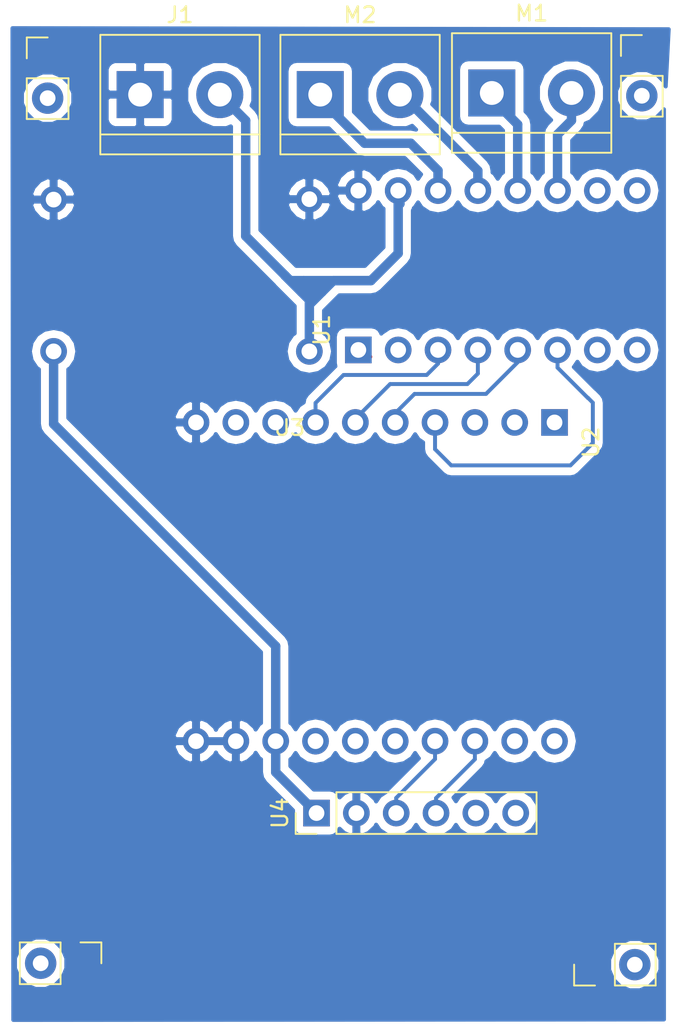
<source format=kicad_pcb>
(kicad_pcb (version 4) (host pcbnew 4.0.4-stable)

  (general
    (links 21)
    (no_connects 0)
    (area 0 0 0 0)
    (thickness 1.6)
    (drawings 10)
    (tracks 80)
    (zones 0)
    (modules 11)
    (nets 32)
  )

  (page A4)
  (layers
    (0 F.Cu signal)
    (31 B.Cu signal)
    (32 B.Adhes user)
    (33 F.Adhes user)
    (34 B.Paste user)
    (35 F.Paste user)
    (36 B.SilkS user)
    (37 F.SilkS user)
    (38 B.Mask user)
    (39 F.Mask user)
    (40 Dwgs.User user)
    (41 Cmts.User user)
    (42 Eco1.User user)
    (43 Eco2.User user)
    (44 Edge.Cuts user)
    (45 Margin user)
    (46 B.CrtYd user)
    (47 F.CrtYd user)
    (48 B.Fab user)
    (49 F.Fab user)
  )

  (setup
    (last_trace_width 0.6)
    (user_trace_width 0.6)
    (trace_clearance 0.2)
    (zone_clearance 0.508)
    (zone_45_only no)
    (trace_min 0.2)
    (segment_width 0.2)
    (edge_width 0.1)
    (via_size 0.6)
    (via_drill 0.4)
    (via_min_size 0.4)
    (via_min_drill 0.3)
    (uvia_size 0.3)
    (uvia_drill 0.1)
    (uvias_allowed no)
    (uvia_min_size 0.2)
    (uvia_min_drill 0.1)
    (pcb_text_width 0.3)
    (pcb_text_size 1.5 1.5)
    (mod_edge_width 0.15)
    (mod_text_size 1 1)
    (mod_text_width 0.15)
    (pad_size 2 2)
    (pad_drill 1)
    (pad_to_mask_clearance 0)
    (aux_axis_origin 0 0)
    (visible_elements 7FFFFFFF)
    (pcbplotparams
      (layerselection 0x00000_80000001)
      (usegerberextensions false)
      (excludeedgelayer true)
      (linewidth 0.100000)
      (plotframeref false)
      (viasonmask false)
      (mode 1)
      (useauxorigin false)
      (hpglpennumber 1)
      (hpglpenspeed 20)
      (hpglpendiameter 15)
      (hpglpenoverlay 2)
      (psnegative false)
      (psa4output false)
      (plotreference true)
      (plotvalue true)
      (plotinvisibletext false)
      (padsonsilk false)
      (subtractmaskfromsilk false)
      (outputformat 5)
      (mirror false)
      (drillshape 1)
      (scaleselection 1)
      (outputdirectory ../print/))
  )

  (net 0 "")
  (net 1 +3V3)
  (net 2 GND)
  (net 3 "Net-(M1-Pad1)")
  (net 4 "Net-(M1-Pad2)")
  (net 5 "Net-(M2-Pad1)")
  (net 6 "Net-(M2-Pad2)")
  (net 7 "Net-(U1-Pad3)")
  (net 8 "Net-(U1-Pad4)")
  (net 9 "Net-(U1-Pad5)")
  (net 10 "Net-(U1-Pad6)")
  (net 11 "Net-(U2-Pad1)")
  (net 12 "Net-(U2-Pad2)")
  (net 13 "Net-(U2-Pad3)")
  (net 14 "Net-(U2-Pad8)")
  (net 15 "Net-(U2-Pad20)")
  (net 16 "Net-(U2-Pad24)")
  (net 17 "Net-(U2-Pad23)")
  (net 18 "Net-(U4-Pad5)")
  (net 19 "Net-(U4-Pad6)")
  (net 20 +BATT)
  (net 21 "Net-(U1-Pad1)")
  (net 22 "Net-(U1-Pad2)")
  (net 23 "Net-(U1-Pad7)")
  (net 24 "Net-(U1-Pad10)")
  (net 25 "Net-(U1-Pad8)")
  (net 26 "Net-(U1-Pad9)")
  (net 27 "Net-(U2-Pad26)")
  (net 28 "Net-(U2-Pad25)")
  (net 29 "Net-(U2-Pad22)")
  (net 30 "Net-(U2-Pad21)")
  (net 31 "Net-(U2-Pad9)")

  (net_class Default "This is the default net class."
    (clearance 0.2)
    (trace_width 0.25)
    (via_dia 0.6)
    (via_drill 0.4)
    (uvia_dia 0.3)
    (uvia_drill 0.1)
    (add_net "Net-(M1-Pad1)")
    (add_net "Net-(M1-Pad2)")
    (add_net "Net-(M2-Pad1)")
    (add_net "Net-(M2-Pad2)")
    (add_net "Net-(U1-Pad1)")
    (add_net "Net-(U1-Pad10)")
    (add_net "Net-(U1-Pad2)")
    (add_net "Net-(U1-Pad3)")
    (add_net "Net-(U1-Pad4)")
    (add_net "Net-(U1-Pad5)")
    (add_net "Net-(U1-Pad6)")
    (add_net "Net-(U1-Pad7)")
    (add_net "Net-(U1-Pad8)")
    (add_net "Net-(U1-Pad9)")
    (add_net "Net-(U2-Pad1)")
    (add_net "Net-(U2-Pad2)")
    (add_net "Net-(U2-Pad20)")
    (add_net "Net-(U2-Pad21)")
    (add_net "Net-(U2-Pad22)")
    (add_net "Net-(U2-Pad23)")
    (add_net "Net-(U2-Pad24)")
    (add_net "Net-(U2-Pad25)")
    (add_net "Net-(U2-Pad26)")
    (add_net "Net-(U2-Pad3)")
    (add_net "Net-(U2-Pad8)")
    (add_net "Net-(U2-Pad9)")
    (add_net "Net-(U4-Pad5)")
    (add_net "Net-(U4-Pad6)")
  )

  (net_class Pwr ""
    (clearance 0.2)
    (trace_width 0.6)
    (via_dia 0.6)
    (via_drill 0.4)
    (uvia_dia 0.3)
    (uvia_drill 0.1)
    (add_net +3V3)
    (add_net +BATT)
    (add_net GND)
  )

  (module Pin_Headers:Pin_Header_Straight_1x02_Pitch2.54mm (layer F.Cu) (tedit 5AAFD340) (tstamp 5AB2CA78)
    (at 190.74384 71.3232)
    (descr "Through hole straight pin header, 1x02, 2.54mm pitch, single row")
    (tags "Through hole pin header THT 1x02 2.54mm single row")
    (fp_text reference "" (at 0 -2.33) (layer F.SilkS)
      (effects (font (size 1 1) (thickness 0.15)))
    )
    (fp_text value "" (at 0 4.87) (layer F.Fab)
      (effects (font (size 1 1) (thickness 0.15)))
    )
    (fp_line (start -0.635 -1.27) (end 1.27 -1.27) (layer F.Fab) (width 0.1))
    (fp_line (start 1.27 -1.27) (end 1.27 3.81) (layer F.Fab) (width 0.1))
    (fp_line (start 1.27 3.81) (end -1.27 3.81) (layer F.Fab) (width 0.1))
    (fp_line (start -1.27 3.81) (end -1.27 -0.635) (layer F.Fab) (width 0.1))
    (fp_line (start -1.27 -0.635) (end -0.635 -1.27) (layer F.Fab) (width 0.1))
    (fp_line (start -1.33 3.87) (end 1.33 3.87) (layer F.SilkS) (width 0.12))
    (fp_line (start -1.33 1.27) (end -1.33 3.87) (layer F.SilkS) (width 0.12))
    (fp_line (start 1.33 1.27) (end 1.33 3.87) (layer F.SilkS) (width 0.12))
    (fp_line (start -1.33 1.27) (end 1.33 1.27) (layer F.SilkS) (width 0.12))
    (fp_line (start -1.33 0) (end -1.33 -1.33) (layer F.SilkS) (width 0.12))
    (fp_line (start -1.33 -1.33) (end 0 -1.33) (layer F.SilkS) (width 0.12))
    (fp_line (start -1.8 -1.8) (end -1.8 4.35) (layer F.CrtYd) (width 0.05))
    (fp_line (start -1.8 4.35) (end 1.8 4.35) (layer F.CrtYd) (width 0.05))
    (fp_line (start 1.8 4.35) (end 1.8 -1.8) (layer F.CrtYd) (width 0.05))
    (fp_line (start 1.8 -1.8) (end -1.8 -1.8) (layer F.CrtYd) (width 0.05))
    (fp_text user %R (at 0 1.27 90) (layer F.Fab)
      (effects (font (size 1 1) (thickness 0.15)))
    )
    (pad 2 thru_hole circle (at 0 2.54) (size 2 2) (drill 1) (layers *.Cu *.Mask))
    (model ${KISYS3DMOD}/Pin_Headers.3dshapes/Pin_Header_Straight_1x02_Pitch2.54mm.wrl
      (at (xyz 0 0 0))
      (scale (xyz 1 1 1))
      (rotate (xyz 0 0 0))
    )
  )

  (module Pin_Headers:Pin_Header_Straight_1x02_Pitch2.54mm (layer F.Cu) (tedit 5AAFD356) (tstamp 5AAFE6B9)
    (at 154.9527 129.1717 270)
    (descr "Through hole straight pin header, 1x02, 2.54mm pitch, single row")
    (tags "Through hole pin header THT 1x02 2.54mm single row")
    (fp_text reference "" (at 0 -2.33 270) (layer F.SilkS)
      (effects (font (size 1 1) (thickness 0.15)))
    )
    (fp_text value "" (at 0 4.87 270) (layer F.Fab)
      (effects (font (size 1 1) (thickness 0.15)))
    )
    (fp_line (start -0.635 -1.27) (end 1.27 -1.27) (layer F.Fab) (width 0.1))
    (fp_line (start 1.27 -1.27) (end 1.27 3.81) (layer F.Fab) (width 0.1))
    (fp_line (start 1.27 3.81) (end -1.27 3.81) (layer F.Fab) (width 0.1))
    (fp_line (start -1.27 3.81) (end -1.27 -0.635) (layer F.Fab) (width 0.1))
    (fp_line (start -1.27 -0.635) (end -0.635 -1.27) (layer F.Fab) (width 0.1))
    (fp_line (start -1.33 3.87) (end 1.33 3.87) (layer F.SilkS) (width 0.12))
    (fp_line (start -1.33 1.27) (end -1.33 3.87) (layer F.SilkS) (width 0.12))
    (fp_line (start 1.33 1.27) (end 1.33 3.87) (layer F.SilkS) (width 0.12))
    (fp_line (start -1.33 1.27) (end 1.33 1.27) (layer F.SilkS) (width 0.12))
    (fp_line (start -1.33 0) (end -1.33 -1.33) (layer F.SilkS) (width 0.12))
    (fp_line (start -1.33 -1.33) (end 0 -1.33) (layer F.SilkS) (width 0.12))
    (fp_line (start -1.8 -1.8) (end -1.8 4.35) (layer F.CrtYd) (width 0.05))
    (fp_line (start -1.8 4.35) (end 1.8 4.35) (layer F.CrtYd) (width 0.05))
    (fp_line (start 1.8 4.35) (end 1.8 -1.8) (layer F.CrtYd) (width 0.05))
    (fp_line (start 1.8 -1.8) (end -1.8 -1.8) (layer F.CrtYd) (width 0.05))
    (fp_text user %R (at 0 1.27 360) (layer F.Fab)
      (effects (font (size 1 1) (thickness 0.15)))
    )
    (pad 2 thru_hole circle (at 0 2.54 270) (size 2 2) (drill 1) (layers *.Cu *.Mask))
    (model ${KISYS3DMOD}/Pin_Headers.3dshapes/Pin_Header_Straight_1x02_Pitch2.54mm.wrl
      (at (xyz 0 0 0))
      (scale (xyz 1 1 1))
      (rotate (xyz 0 0 0))
    )
  )

  (module Pin_Headers:Pin_Header_Straight_1x02_Pitch2.54mm (layer F.Cu) (tedit 5AAFD34C) (tstamp 5AAFE6A4)
    (at 187.7568 129.2606 90)
    (descr "Through hole straight pin header, 1x02, 2.54mm pitch, single row")
    (tags "Through hole pin header THT 1x02 2.54mm single row")
    (fp_text reference "" (at 0 -2.33 90) (layer F.SilkS)
      (effects (font (size 1 1) (thickness 0.15)))
    )
    (fp_text value "" (at 0 4.87 90) (layer F.Fab)
      (effects (font (size 1 1) (thickness 0.15)))
    )
    (fp_line (start -0.635 -1.27) (end 1.27 -1.27) (layer F.Fab) (width 0.1))
    (fp_line (start 1.27 -1.27) (end 1.27 3.81) (layer F.Fab) (width 0.1))
    (fp_line (start 1.27 3.81) (end -1.27 3.81) (layer F.Fab) (width 0.1))
    (fp_line (start -1.27 3.81) (end -1.27 -0.635) (layer F.Fab) (width 0.1))
    (fp_line (start -1.27 -0.635) (end -0.635 -1.27) (layer F.Fab) (width 0.1))
    (fp_line (start -1.33 3.87) (end 1.33 3.87) (layer F.SilkS) (width 0.12))
    (fp_line (start -1.33 1.27) (end -1.33 3.87) (layer F.SilkS) (width 0.12))
    (fp_line (start 1.33 1.27) (end 1.33 3.87) (layer F.SilkS) (width 0.12))
    (fp_line (start -1.33 1.27) (end 1.33 1.27) (layer F.SilkS) (width 0.12))
    (fp_line (start -1.33 0) (end -1.33 -1.33) (layer F.SilkS) (width 0.12))
    (fp_line (start -1.33 -1.33) (end 0 -1.33) (layer F.SilkS) (width 0.12))
    (fp_line (start -1.8 -1.8) (end -1.8 4.35) (layer F.CrtYd) (width 0.05))
    (fp_line (start -1.8 4.35) (end 1.8 4.35) (layer F.CrtYd) (width 0.05))
    (fp_line (start 1.8 4.35) (end 1.8 -1.8) (layer F.CrtYd) (width 0.05))
    (fp_line (start 1.8 -1.8) (end -1.8 -1.8) (layer F.CrtYd) (width 0.05))
    (fp_text user %R (at 0 1.27 180) (layer F.Fab)
      (effects (font (size 1 1) (thickness 0.15)))
    )
    (pad 2 thru_hole circle (at 0 2.54 90) (size 2 2) (drill 1) (layers *.Cu *.Mask))
    (model ${KISYS3DMOD}/Pin_Headers.3dshapes/Pin_Header_Straight_1x02_Pitch2.54mm.wrl
      (at (xyz 0 0 0))
      (scale (xyz 1 1 1))
      (rotate (xyz 0 0 0))
    )
  )

  (module Pin_Headers:Pin_Header_Straight_1x02_Pitch2.54mm (layer F.Cu) (tedit 5AAFD340) (tstamp 5AAFE67A)
    (at 152.8572 71.4756)
    (descr "Through hole straight pin header, 1x02, 2.54mm pitch, single row")
    (tags "Through hole pin header THT 1x02 2.54mm single row")
    (fp_text reference "" (at 0 -2.33) (layer F.SilkS)
      (effects (font (size 1 1) (thickness 0.15)))
    )
    (fp_text value "" (at 0 4.87) (layer F.Fab)
      (effects (font (size 1 1) (thickness 0.15)))
    )
    (fp_line (start -0.635 -1.27) (end 1.27 -1.27) (layer F.Fab) (width 0.1))
    (fp_line (start 1.27 -1.27) (end 1.27 3.81) (layer F.Fab) (width 0.1))
    (fp_line (start 1.27 3.81) (end -1.27 3.81) (layer F.Fab) (width 0.1))
    (fp_line (start -1.27 3.81) (end -1.27 -0.635) (layer F.Fab) (width 0.1))
    (fp_line (start -1.27 -0.635) (end -0.635 -1.27) (layer F.Fab) (width 0.1))
    (fp_line (start -1.33 3.87) (end 1.33 3.87) (layer F.SilkS) (width 0.12))
    (fp_line (start -1.33 1.27) (end -1.33 3.87) (layer F.SilkS) (width 0.12))
    (fp_line (start 1.33 1.27) (end 1.33 3.87) (layer F.SilkS) (width 0.12))
    (fp_line (start -1.33 1.27) (end 1.33 1.27) (layer F.SilkS) (width 0.12))
    (fp_line (start -1.33 0) (end -1.33 -1.33) (layer F.SilkS) (width 0.12))
    (fp_line (start -1.33 -1.33) (end 0 -1.33) (layer F.SilkS) (width 0.12))
    (fp_line (start -1.8 -1.8) (end -1.8 4.35) (layer F.CrtYd) (width 0.05))
    (fp_line (start -1.8 4.35) (end 1.8 4.35) (layer F.CrtYd) (width 0.05))
    (fp_line (start 1.8 4.35) (end 1.8 -1.8) (layer F.CrtYd) (width 0.05))
    (fp_line (start 1.8 -1.8) (end -1.8 -1.8) (layer F.CrtYd) (width 0.05))
    (fp_text user %R (at 0 1.27 90) (layer F.Fab)
      (effects (font (size 1 1) (thickness 0.15)))
    )
    (pad 2 thru_hole circle (at 0 2.54) (size 2 2) (drill 1) (layers *.Cu *.Mask))
    (model ${KISYS3DMOD}/Pin_Headers.3dshapes/Pin_Header_Straight_1x02_Pitch2.54mm.wrl
      (at (xyz 0 0 0))
      (scale (xyz 1 1 1))
      (rotate (xyz 0 0 0))
    )
  )

  (module tr:ESP8266 (layer F.Cu) (tedit 5AB23F3F) (tstamp 5AAE39AE)
    (at 185.1787 94.6912 270)
    (descr "Through hole straight pin header, 2x10, 2.54mm pitch, double rows")
    (tags "Through hole pin header THT 2x10 2.54mm double row")
    (path /5AA956BA)
    (fp_text reference U2 (at 1.27 -2.33 270) (layer F.SilkS)
      (effects (font (size 1 1) (thickness 0.15)))
    )
    (fp_text value "ESP8266(3.3)" (at 10.4521 30.0609 270) (layer F.Fab)
      (effects (font (size 1 1) (thickness 0.15)))
    )
    (fp_line (start -1.27 -6.35) (end -1.27 0) (layer F.Fab) (width 0.15))
    (fp_line (start -1.27 24.13) (end -1.27 33.02) (layer F.Fab) (width 0.15))
    (fp_line (start -1.27 33.02) (end 21.59 33.02) (layer F.Fab) (width 0.15))
    (fp_line (start 21.59 33.02) (end 21.59 24.13) (layer F.Fab) (width 0.15))
    (fp_line (start 0 -6.35) (end 3.81 -6.35) (layer F.Fab) (width 0.15))
    (fp_line (start -1.27 -6.35) (end 0 -6.35) (layer F.Fab) (width 0.15))
    (fp_line (start 21.59 -1.27) (end 21.59 -6.35) (layer F.Fab) (width 0.15))
    (fp_line (start 3.81 -6.35) (end 21.59 -6.35) (layer F.Fab) (width 0.15))
    (fp_line (start 0 -6.35) (end 3.81 -6.35) (layer F.Fab) (width 0.1))
    (fp_line (start 21.59 -1.27) (end 21.59 24.13) (layer F.Fab) (width 0.1))
    (fp_line (start -1.27 24.13) (end -1.27 0) (layer F.Fab) (width 0.1))
    (fp_line (start -1.8 -1.8) (end -1.8 24.65) (layer F.CrtYd) (width 0.05))
    (fp_line (start -1.8 24.65) (end 4.35 24.65) (layer F.CrtYd) (width 0.05))
    (fp_line (start 4.35 24.65) (end 4.35 -1.8) (layer F.CrtYd) (width 0.05))
    (fp_line (start 4.35 -1.8) (end -1.8 -1.8) (layer F.CrtYd) (width 0.05))
    (fp_text user %R (at 1.27 11.43 360) (layer F.Fab)
      (effects (font (size 1 1) (thickness 0.15)))
    )
    (pad 1 thru_hole rect (at 0 0 270) (size 1.7 1.7) (drill 1) (layers *.Cu *.Mask)
      (net 11 "Net-(U2-Pad1)"))
    (pad 26 thru_hole oval (at 20.32 0 270) (size 1.7 1.7) (drill 1) (layers *.Cu *.Mask)
      (net 27 "Net-(U2-Pad26)"))
    (pad 2 thru_hole oval (at 0 2.54 270) (size 1.7 1.7) (drill 1) (layers *.Cu *.Mask)
      (net 12 "Net-(U2-Pad2)"))
    (pad 25 thru_hole oval (at 20.32 2.54 270) (size 1.7 1.7) (drill 1) (layers *.Cu *.Mask)
      (net 28 "Net-(U2-Pad25)"))
    (pad 3 thru_hole oval (at 0 5.08 270) (size 1.7 1.7) (drill 1) (layers *.Cu *.Mask)
      (net 13 "Net-(U2-Pad3)"))
    (pad 24 thru_hole oval (at 20.32 5.08 270) (size 1.7 1.7) (drill 1) (layers *.Cu *.Mask)
      (net 16 "Net-(U2-Pad24)"))
    (pad 4 thru_hole oval (at 0 7.62 270) (size 1.7 1.7) (drill 1) (layers *.Cu *.Mask)
      (net 10 "Net-(U1-Pad6)"))
    (pad 23 thru_hole oval (at 20.32 7.62 270) (size 1.7 1.7) (drill 1) (layers *.Cu *.Mask)
      (net 17 "Net-(U2-Pad23)"))
    (pad 5 thru_hole oval (at 0 10.16 270) (size 1.7 1.7) (drill 1) (layers *.Cu *.Mask)
      (net 9 "Net-(U1-Pad5)"))
    (pad 22 thru_hole oval (at 20.32 10.16 270) (size 1.7 1.7) (drill 1) (layers *.Cu *.Mask)
      (net 29 "Net-(U2-Pad22)"))
    (pad 6 thru_hole oval (at 0 12.7 270) (size 1.7 1.7) (drill 1) (layers *.Cu *.Mask)
      (net 8 "Net-(U1-Pad4)"))
    (pad 21 thru_hole oval (at 20.32 12.7 270) (size 1.7 1.7) (drill 1) (layers *.Cu *.Mask)
      (net 30 "Net-(U2-Pad21)"))
    (pad 7 thru_hole oval (at 0 15.24 270) (size 1.7 1.7) (drill 1) (layers *.Cu *.Mask)
      (net 7 "Net-(U1-Pad3)"))
    (pad 20 thru_hole oval (at 20.32 15.24 270) (size 1.7 1.7) (drill 1) (layers *.Cu *.Mask)
      (net 15 "Net-(U2-Pad20)"))
    (pad 8 thru_hole oval (at 0 17.78 270) (size 1.7 1.7) (drill 1) (layers *.Cu *.Mask)
      (net 14 "Net-(U2-Pad8)"))
    (pad 19 thru_hole oval (at 20.32 17.78 270) (size 1.7 1.7) (drill 1) (layers *.Cu *.Mask)
      (net 1 +3V3))
    (pad 9 thru_hole oval (at 0 20.32 270) (size 1.7 1.7) (drill 1) (layers *.Cu *.Mask)
      (net 31 "Net-(U2-Pad9)"))
    (pad 18 thru_hole oval (at 20.32 20.32 270) (size 1.7 1.7) (drill 1) (layers *.Cu *.Mask)
      (net 2 GND))
    (pad 10 thru_hole oval (at 0 22.86 270) (size 1.7 1.7) (drill 1) (layers *.Cu *.Mask)
      (net 2 GND))
    (pad 17 thru_hole oval (at 20.32 22.86 270) (size 1.7 1.7) (drill 1) (layers *.Cu *.Mask)
      (net 2 GND))
    (model ${KISYS3DMOD}/Pin_Headers.3dshapes/Pin_Header_Straight_2x10_Pitch2.54mm.wrl
      (at (xyz 0 0 0))
      (scale (xyz 1 1 1))
      (rotate (xyz 0 0 0))
    )
  )

  (module Pin_Headers:Pin_Header_Straight_1x06_Pitch2.54mm (layer F.Cu) (tedit 59650532) (tstamp 5AAE3B72)
    (at 170.0022 119.5959 90)
    (descr "Through hole straight pin header, 1x06, 2.54mm pitch, single row")
    (tags "Through hole pin header THT 1x06 2.54mm single row")
    (path /5AA9522B)
    (fp_text reference U4 (at 0 -2.33 90) (layer F.SilkS)
      (effects (font (size 1 1) (thickness 0.15)))
    )
    (fp_text value M10DOF (at 0 15.03 90) (layer F.Fab)
      (effects (font (size 1 1) (thickness 0.15)))
    )
    (fp_line (start -0.635 -1.27) (end 1.27 -1.27) (layer F.Fab) (width 0.1))
    (fp_line (start 1.27 -1.27) (end 1.27 13.97) (layer F.Fab) (width 0.1))
    (fp_line (start 1.27 13.97) (end -1.27 13.97) (layer F.Fab) (width 0.1))
    (fp_line (start -1.27 13.97) (end -1.27 -0.635) (layer F.Fab) (width 0.1))
    (fp_line (start -1.27 -0.635) (end -0.635 -1.27) (layer F.Fab) (width 0.1))
    (fp_line (start -1.33 14.03) (end 1.33 14.03) (layer F.SilkS) (width 0.12))
    (fp_line (start -1.33 1.27) (end -1.33 14.03) (layer F.SilkS) (width 0.12))
    (fp_line (start 1.33 1.27) (end 1.33 14.03) (layer F.SilkS) (width 0.12))
    (fp_line (start -1.33 1.27) (end 1.33 1.27) (layer F.SilkS) (width 0.12))
    (fp_line (start -1.33 0) (end -1.33 -1.33) (layer F.SilkS) (width 0.12))
    (fp_line (start -1.33 -1.33) (end 0 -1.33) (layer F.SilkS) (width 0.12))
    (fp_line (start -1.8 -1.8) (end -1.8 14.5) (layer F.CrtYd) (width 0.05))
    (fp_line (start -1.8 14.5) (end 1.8 14.5) (layer F.CrtYd) (width 0.05))
    (fp_line (start 1.8 14.5) (end 1.8 -1.8) (layer F.CrtYd) (width 0.05))
    (fp_line (start 1.8 -1.8) (end -1.8 -1.8) (layer F.CrtYd) (width 0.05))
    (fp_text user %R (at 0 6.35 180) (layer F.Fab)
      (effects (font (size 1 1) (thickness 0.15)))
    )
    (pad 1 thru_hole rect (at 0 0 90) (size 1.7 1.7) (drill 1) (layers *.Cu *.Mask)
      (net 1 +3V3))
    (pad 2 thru_hole oval (at 0 2.54 90) (size 1.7 1.7) (drill 1) (layers *.Cu *.Mask)
      (net 2 GND))
    (pad 3 thru_hole oval (at 0 5.08 90) (size 1.7 1.7) (drill 1) (layers *.Cu *.Mask)
      (net 17 "Net-(U2-Pad23)"))
    (pad 4 thru_hole oval (at 0 7.62 90) (size 1.7 1.7) (drill 1) (layers *.Cu *.Mask)
      (net 16 "Net-(U2-Pad24)"))
    (pad 5 thru_hole oval (at 0 10.16 90) (size 1.7 1.7) (drill 1) (layers *.Cu *.Mask)
      (net 18 "Net-(U4-Pad5)"))
    (pad 6 thru_hole oval (at 0 12.7 90) (size 1.7 1.7) (drill 1) (layers *.Cu *.Mask)
      (net 19 "Net-(U4-Pad6)"))
    (model ${KISYS3DMOD}/Pin_Headers.3dshapes/Pin_Header_Straight_1x06_Pitch2.54mm.wrl
      (at (xyz 0 0 0))
      (scale (xyz 1 1 1))
      (rotate (xyz 0 0 0))
    )
  )

  (module tr:pwr_reg (layer F.Cu) (tedit 5AB23F46) (tstamp 5AB23A7D)
    (at 169.545 92.69984 180)
    (descr "Through hole straight pin header, 2x08, 2.54mm pitch, double rows")
    (tags "Through hole pin header THT 2x08 2.54mm double row")
    (path /5AB239FB)
    (fp_text reference U3 (at 1.27 -2.33 180) (layer F.SilkS)
      (effects (font (size 1 1) (thickness 0.15)))
    )
    (fp_text value pwr_reg (at 8.5598 3.5814 180) (layer F.Fab)
      (effects (font (size 1 1) (thickness 0.15)))
    )
    (fp_line (start -1.1176 13.4112) (end -1.1684 1.3462) (layer F.Fab) (width 0.15))
    (fp_line (start 17.5768 13.4112) (end -1.1176 13.4112) (layer F.Fab) (width 0.15))
    (fp_line (start -1.1938 1.3462) (end 17.5768 1.3208) (layer F.Fab) (width 0.15))
    (fp_line (start 17.5768 1.3208) (end 17.5768 13.4112) (layer F.Fab) (width 0.15))
    (fp_line (start 4.35 -1.8) (end -1.8 -1.8) (layer F.CrtYd) (width 0.05))
    (fp_text user %R (at -6.1214 7.1628 270) (layer F.Fab)
      (effects (font (size 1 1) (thickness 0.15)))
    )
    (pad 3 thru_hole oval (at 16.3068 12.2174 180) (size 1.7 1.7) (drill 1) (layers *.Cu *.Mask)
      (net 2 GND))
    (pad 1 thru_hole oval (at 0 2.54 180) (size 1.7 1.7) (drill 1) (layers *.Cu *.Mask)
      (net 20 +BATT))
    (pad 4 thru_hole oval (at 16.3068 2.54 180) (size 1.7 1.7) (drill 1) (layers *.Cu *.Mask)
      (net 1 +3V3))
    (pad 2 thru_hole oval (at 0 12.2428 180) (size 1.7 1.7) (drill 1) (layers *.Cu *.Mask)
      (net 2 GND))
    (model ${KISYS3DMOD}/Pin_Headers.3dshapes/Pin_Header_Straight_2x08_Pitch2.54mm.wrl
      (at (xyz 0 0 0))
      (scale (xyz 1 1 1))
      (rotate (xyz 0 0 0))
    )
  )

  (module tr:DRV8833 (layer F.Cu) (tedit 5AB2C62C) (tstamp 5AB2C6FA)
    (at 172.6692 90.0684 90)
    (descr "Through hole straight pin header, 2x08, 2.54mm pitch, double rows")
    (tags "Through hole pin header THT 2x08 2.54mm double row")
    (path /5AA95ABC)
    (fp_text reference U1 (at 1.27 -2.33 90) (layer F.SilkS)
      (effects (font (size 1 1) (thickness 0.15)))
    )
    (fp_text value DRV8833 (at 5.207 17.8816 90) (layer F.Fab)
      (effects (font (size 1 1) (thickness 0.15)))
    )
    (fp_line (start -1.2954 18.9992) (end 11.9126 18.9992) (layer F.Fab) (width 0.15))
    (fp_line (start -1.2954 19.0246) (end -1.2954 18.8976) (layer F.Fab) (width 0.15))
    (fp_line (start 11.8618 -1.27) (end -1.2954 -1.2954) (layer F.Fab) (width 0.15))
    (fp_line (start -1.2954 -1.2954) (end -1.2954 19.0246) (layer F.Fab) (width 0.15))
    (fp_line (start 11.8618 -1.2446) (end 11.8872 19.05) (layer F.Fab) (width 0.15))
    (fp_text user %R (at 1.27 8.89 180) (layer F.Fab)
      (effects (font (size 1 1) (thickness 0.15)))
    )
    (pad 1 thru_hole rect (at 0 0 90) (size 1.7 1.7) (drill 1) (layers *.Cu *.Mask)
      (net 21 "Net-(U1-Pad1)"))
    (pad 16 thru_hole oval (at 10.16 0 90) (size 1.7 1.7) (drill 1) (layers *.Cu *.Mask)
      (net 2 GND))
    (pad 2 thru_hole oval (at 0 2.54 90) (size 1.7 1.7) (drill 1) (layers *.Cu *.Mask)
      (net 22 "Net-(U1-Pad2)"))
    (pad 15 thru_hole oval (at 10.16 2.54 90) (size 1.7 1.7) (drill 1) (layers *.Cu *.Mask)
      (net 20 +BATT))
    (pad 3 thru_hole oval (at 0 5.08 90) (size 1.7 1.7) (drill 1) (layers *.Cu *.Mask)
      (net 7 "Net-(U1-Pad3)"))
    (pad 14 thru_hole oval (at 10.16 5.08 90) (size 1.7 1.7) (drill 1) (layers *.Cu *.Mask)
      (net 5 "Net-(M2-Pad1)"))
    (pad 4 thru_hole oval (at 0 7.62 90) (size 1.7 1.7) (drill 1) (layers *.Cu *.Mask)
      (net 8 "Net-(U1-Pad4)"))
    (pad 13 thru_hole oval (at 10.16 7.62 90) (size 1.7 1.7) (drill 1) (layers *.Cu *.Mask)
      (net 6 "Net-(M2-Pad2)"))
    (pad 5 thru_hole oval (at 0 10.16 90) (size 1.7 1.7) (drill 1) (layers *.Cu *.Mask)
      (net 9 "Net-(U1-Pad5)"))
    (pad 12 thru_hole oval (at 10.16 10.16 90) (size 1.7 1.7) (drill 1) (layers *.Cu *.Mask)
      (net 3 "Net-(M1-Pad1)"))
    (pad 6 thru_hole oval (at 0 12.7 90) (size 1.7 1.7) (drill 1) (layers *.Cu *.Mask)
      (net 10 "Net-(U1-Pad6)"))
    (pad 11 thru_hole oval (at 10.16 12.7 90) (size 1.7 1.7) (drill 1) (layers *.Cu *.Mask)
      (net 4 "Net-(M1-Pad2)"))
    (pad 7 thru_hole oval (at 0 15.24 90) (size 1.7 1.7) (drill 1) (layers *.Cu *.Mask)
      (net 23 "Net-(U1-Pad7)"))
    (pad 10 thru_hole oval (at 10.16 15.24 90) (size 1.7 1.7) (drill 1) (layers *.Cu *.Mask)
      (net 24 "Net-(U1-Pad10)"))
    (pad 8 thru_hole oval (at 0 17.78 90) (size 1.7 1.7) (drill 1) (layers *.Cu *.Mask)
      (net 25 "Net-(U1-Pad8)"))
    (pad 9 thru_hole oval (at 10.16 17.78 90) (size 1.7 1.7) (drill 1) (layers *.Cu *.Mask)
      (net 26 "Net-(U1-Pad9)"))
    (model ${KISYS3DMOD}/Pin_Headers.3dshapes/Pin_Header_Straight_2x08_Pitch2.54mm.wrl
      (at (xyz 0 0 0))
      (scale (xyz 1 1 1))
      (rotate (xyz 0 0 0))
    )
  )

  (module Terminal_Blocks:TerminalBlock_bornier-2_P5.08mm (layer F.Cu) (tedit 59FF03AB) (tstamp 5AB2CE7A)
    (at 158.75508 73.78954)
    (descr "simple 2-pin terminal block, pitch 5.08mm, revamped version of bornier2")
    (tags "terminal block bornier2")
    (path /5AACFB40)
    (fp_text reference J1 (at 2.54 -5.08) (layer F.SilkS)
      (effects (font (size 1 1) (thickness 0.15)))
    )
    (fp_text value Conn_01x02 (at 2.54 5.08) (layer F.Fab)
      (effects (font (size 1 1) (thickness 0.15)))
    )
    (fp_text user %R (at 2.54 0) (layer F.Fab)
      (effects (font (size 1 1) (thickness 0.15)))
    )
    (fp_line (start -2.41 2.55) (end 7.49 2.55) (layer F.Fab) (width 0.1))
    (fp_line (start -2.46 -3.75) (end -2.46 3.75) (layer F.Fab) (width 0.1))
    (fp_line (start -2.46 3.75) (end 7.54 3.75) (layer F.Fab) (width 0.1))
    (fp_line (start 7.54 3.75) (end 7.54 -3.75) (layer F.Fab) (width 0.1))
    (fp_line (start 7.54 -3.75) (end -2.46 -3.75) (layer F.Fab) (width 0.1))
    (fp_line (start 7.62 2.54) (end -2.54 2.54) (layer F.SilkS) (width 0.12))
    (fp_line (start 7.62 3.81) (end 7.62 -3.81) (layer F.SilkS) (width 0.12))
    (fp_line (start 7.62 -3.81) (end -2.54 -3.81) (layer F.SilkS) (width 0.12))
    (fp_line (start -2.54 -3.81) (end -2.54 3.81) (layer F.SilkS) (width 0.12))
    (fp_line (start -2.54 3.81) (end 7.62 3.81) (layer F.SilkS) (width 0.12))
    (fp_line (start -2.71 -4) (end 7.79 -4) (layer F.CrtYd) (width 0.05))
    (fp_line (start -2.71 -4) (end -2.71 4) (layer F.CrtYd) (width 0.05))
    (fp_line (start 7.79 4) (end 7.79 -4) (layer F.CrtYd) (width 0.05))
    (fp_line (start 7.79 4) (end -2.71 4) (layer F.CrtYd) (width 0.05))
    (pad 1 thru_hole rect (at 0 0) (size 3 3) (drill 1.52) (layers *.Cu *.Mask)
      (net 2 GND))
    (pad 2 thru_hole circle (at 5.08 0) (size 3 3) (drill 1.52) (layers *.Cu *.Mask)
      (net 20 +BATT))
    (model ${KISYS3DMOD}/Terminal_Blocks.3dshapes/TerminalBlock_bornier-2_P5.08mm.wrl
      (at (xyz 0.1 0 0))
      (scale (xyz 1 1 1))
      (rotate (xyz 0 0 0))
    )
  )

  (module Terminal_Blocks:TerminalBlock_bornier-2_P5.08mm (layer F.Cu) (tedit 59FF03AB) (tstamp 5AB2CE80)
    (at 181.1782 73.6854)
    (descr "simple 2-pin terminal block, pitch 5.08mm, revamped version of bornier2")
    (tags "terminal block bornier2")
    (path /5AA95D87)
    (fp_text reference M1 (at 2.54 -5.08) (layer F.SilkS)
      (effects (font (size 1 1) (thickness 0.15)))
    )
    (fp_text value "Motor_DC -A-" (at 2.54 5.08) (layer F.Fab)
      (effects (font (size 1 1) (thickness 0.15)))
    )
    (fp_text user %R (at 2.54 0) (layer F.Fab)
      (effects (font (size 1 1) (thickness 0.15)))
    )
    (fp_line (start -2.41 2.55) (end 7.49 2.55) (layer F.Fab) (width 0.1))
    (fp_line (start -2.46 -3.75) (end -2.46 3.75) (layer F.Fab) (width 0.1))
    (fp_line (start -2.46 3.75) (end 7.54 3.75) (layer F.Fab) (width 0.1))
    (fp_line (start 7.54 3.75) (end 7.54 -3.75) (layer F.Fab) (width 0.1))
    (fp_line (start 7.54 -3.75) (end -2.46 -3.75) (layer F.Fab) (width 0.1))
    (fp_line (start 7.62 2.54) (end -2.54 2.54) (layer F.SilkS) (width 0.12))
    (fp_line (start 7.62 3.81) (end 7.62 -3.81) (layer F.SilkS) (width 0.12))
    (fp_line (start 7.62 -3.81) (end -2.54 -3.81) (layer F.SilkS) (width 0.12))
    (fp_line (start -2.54 -3.81) (end -2.54 3.81) (layer F.SilkS) (width 0.12))
    (fp_line (start -2.54 3.81) (end 7.62 3.81) (layer F.SilkS) (width 0.12))
    (fp_line (start -2.71 -4) (end 7.79 -4) (layer F.CrtYd) (width 0.05))
    (fp_line (start -2.71 -4) (end -2.71 4) (layer F.CrtYd) (width 0.05))
    (fp_line (start 7.79 4) (end 7.79 -4) (layer F.CrtYd) (width 0.05))
    (fp_line (start 7.79 4) (end -2.71 4) (layer F.CrtYd) (width 0.05))
    (pad 1 thru_hole rect (at 0 0) (size 3 3) (drill 1.52) (layers *.Cu *.Mask)
      (net 3 "Net-(M1-Pad1)"))
    (pad 2 thru_hole circle (at 5.08 0) (size 3 3) (drill 1.52) (layers *.Cu *.Mask)
      (net 4 "Net-(M1-Pad2)"))
    (model ${KISYS3DMOD}/Terminal_Blocks.3dshapes/TerminalBlock_bornier-2_P5.08mm.wrl
      (at (xyz 0.1 0 0))
      (scale (xyz 1 1 1))
      (rotate (xyz 0 0 0))
    )
  )

  (module Terminal_Blocks:TerminalBlock_bornier-2_P5.08mm (layer F.Cu) (tedit 59FF03AB) (tstamp 5AB2CE86)
    (at 170.23842 73.78954)
    (descr "simple 2-pin terminal block, pitch 5.08mm, revamped version of bornier2")
    (tags "terminal block bornier2")
    (path /5AA95EC8)
    (fp_text reference M2 (at 2.54 -5.08) (layer F.SilkS)
      (effects (font (size 1 1) (thickness 0.15)))
    )
    (fp_text value "Motor_DC2 -B-" (at 2.54 5.08) (layer F.Fab)
      (effects (font (size 1 1) (thickness 0.15)))
    )
    (fp_text user %R (at 2.54 0) (layer F.Fab)
      (effects (font (size 1 1) (thickness 0.15)))
    )
    (fp_line (start -2.41 2.55) (end 7.49 2.55) (layer F.Fab) (width 0.1))
    (fp_line (start -2.46 -3.75) (end -2.46 3.75) (layer F.Fab) (width 0.1))
    (fp_line (start -2.46 3.75) (end 7.54 3.75) (layer F.Fab) (width 0.1))
    (fp_line (start 7.54 3.75) (end 7.54 -3.75) (layer F.Fab) (width 0.1))
    (fp_line (start 7.54 -3.75) (end -2.46 -3.75) (layer F.Fab) (width 0.1))
    (fp_line (start 7.62 2.54) (end -2.54 2.54) (layer F.SilkS) (width 0.12))
    (fp_line (start 7.62 3.81) (end 7.62 -3.81) (layer F.SilkS) (width 0.12))
    (fp_line (start 7.62 -3.81) (end -2.54 -3.81) (layer F.SilkS) (width 0.12))
    (fp_line (start -2.54 -3.81) (end -2.54 3.81) (layer F.SilkS) (width 0.12))
    (fp_line (start -2.54 3.81) (end 7.62 3.81) (layer F.SilkS) (width 0.12))
    (fp_line (start -2.71 -4) (end 7.79 -4) (layer F.CrtYd) (width 0.05))
    (fp_line (start -2.71 -4) (end -2.71 4) (layer F.CrtYd) (width 0.05))
    (fp_line (start 7.79 4) (end 7.79 -4) (layer F.CrtYd) (width 0.05))
    (fp_line (start 7.79 4) (end -2.71 4) (layer F.CrtYd) (width 0.05))
    (pad 1 thru_hole rect (at 0 0) (size 3 3) (drill 1.52) (layers *.Cu *.Mask)
      (net 5 "Net-(M2-Pad1)"))
    (pad 2 thru_hole circle (at 5.08 0) (size 3 3) (drill 1.52) (layers *.Cu *.Mask)
      (net 6 "Net-(M2-Pad2)"))
    (model ${KISYS3DMOD}/Terminal_Blocks.3dshapes/TerminalBlock_bornier-2_P5.08mm.wrl
      (at (xyz 0.1 0 0))
      (scale (xyz 1 1 1))
      (rotate (xyz 0 0 0))
    )
  )

  (gr_line (start 150.17496 69.24294) (end 150.13432 69.24294) (angle 90) (layer F.Fab) (width 0.2))
  (gr_line (start 150.17496 73.9902) (end 150.17496 69.24294) (angle 90) (layer F.Fab) (width 0.2))
  (gr_line (start 192.82156 69.30136) (end 192.81394 69.30136) (angle 90) (layer F.Fab) (width 0.2))
  (gr_line (start 192.82156 73.96988) (end 192.82156 69.30136) (angle 90) (layer F.Fab) (width 0.2))
  (gr_line (start 192.8241 132.93852) (end 192.83172 132.93852) (angle 90) (layer F.Fab) (width 0.2))
  (gr_line (start 192.8241 73.98766) (end 192.8241 132.93852) (angle 90) (layer F.Fab) (width 0.2))
  (gr_line (start 150.17496 132.9309) (end 150.15972 132.9309) (angle 90) (layer F.Fab) (width 0.2))
  (gr_line (start 150.17496 73.97496) (end 150.17496 132.9309) (angle 90) (layer F.Fab) (width 0.2))
  (gr_line (start 192.82664 69.27088) (end 150.15972 69.27088) (angle 90) (layer F.Fab) (width 0.2))
  (gr_line (start 150.1267 132.93344) (end 192.76822 132.93344) (angle 90) (layer F.Fab) (width 0.2))

  (segment (start 167.3987 115.0112) (end 167.3987 116.9924) (width 0.6) (layer B.Cu) (net 1))
  (segment (start 167.3987 116.9924) (end 170.0022 119.5959) (width 0.6) (layer B.Cu) (net 1) (tstamp 5AB2CB3A))
  (segment (start 153.2382 90.15984) (end 153.2382 94.7928) (width 0.6) (layer B.Cu) (net 1))
  (segment (start 167.3987 108.9533) (end 167.3987 115.0112) (width 0.6) (layer B.Cu) (net 1) (tstamp 5AB2C945))
  (segment (start 153.2382 94.7928) (end 167.3987 108.9533) (width 0.6) (layer B.Cu) (net 1) (tstamp 5AB2C942))
  (segment (start 170.47464 119.5578) (end 170.47464 119.23776) (width 0.25) (layer B.Cu) (net 1))
  (segment (start 181.1782 73.6854) (end 181.1782 74.041) (width 0.6) (layer B.Cu) (net 3) (status C00000))
  (segment (start 181.1782 74.041) (end 182.8292 75.692) (width 0.6) (layer B.Cu) (net 3) (tstamp 5AB2CFD1) (status 400000))
  (segment (start 182.8292 75.692) (end 182.8292 79.9084) (width 0.6) (layer B.Cu) (net 3) (tstamp 5AB2CFD4) (status 800000))
  (segment (start 185.3692 79.9084) (end 185.3692 76.327) (width 0.6) (layer B.Cu) (net 4) (status 400000))
  (segment (start 186.2582 75.438) (end 186.2582 73.6854) (width 0.6) (layer B.Cu) (net 4) (tstamp 5AB2CFD9) (status 800000))
  (segment (start 185.3692 76.327) (end 186.2582 75.438) (width 0.6) (layer B.Cu) (net 4) (tstamp 5AB2CFD8))
  (segment (start 185.37936 79.89824) (end 185.3692 79.9084) (width 0.6) (layer B.Cu) (net 4) (tstamp 5AB2CA17))
  (segment (start 170.23842 73.78954) (end 170.23842 74.06386) (width 0.6) (layer B.Cu) (net 5))
  (segment (start 170.23842 74.06386) (end 173.06544 76.89088) (width 0.6) (layer B.Cu) (net 5) (tstamp 5AB2CF53))
  (segment (start 173.06544 76.89088) (end 176.01184 76.89088) (width 0.6) (layer B.Cu) (net 5) (tstamp 5AB2CF56))
  (segment (start 176.01184 76.89088) (end 177.7492 78.62824) (width 0.6) (layer B.Cu) (net 5) (tstamp 5AB2CF59))
  (segment (start 177.7492 78.62824) (end 177.7492 79.9084) (width 0.6) (layer B.Cu) (net 5) (tstamp 5AB2CF5A))
  (segment (start 175.31842 73.78954) (end 175.44034 73.78954) (width 0.6) (layer B.Cu) (net 6) (status C00000))
  (segment (start 175.44034 73.78954) (end 180.2892 78.6384) (width 0.6) (layer B.Cu) (net 6) (tstamp 5AB2CFE2) (status 400000))
  (segment (start 180.2892 78.6384) (end 180.2892 79.9084) (width 0.6) (layer B.Cu) (net 6) (tstamp 5AB2CFE7) (status 800000))
  (segment (start 175.31842 73.78954) (end 175.47082 73.78954) (width 0.6) (layer B.Cu) (net 6))
  (segment (start 169.9387 94.6912) (end 169.9387 93.44914) (width 0.25) (layer B.Cu) (net 7))
  (segment (start 177.7492 90.94216) (end 177.7492 90.0684) (width 0.25) (layer B.Cu) (net 7) (tstamp 5AB2C859))
  (segment (start 177.02784 91.66352) (end 177.7492 90.94216) (width 0.25) (layer B.Cu) (net 7) (tstamp 5AB2C858))
  (segment (start 171.72432 91.66352) (end 177.02784 91.66352) (width 0.25) (layer B.Cu) (net 7) (tstamp 5AB2C856))
  (segment (start 169.9387 93.44914) (end 171.72432 91.66352) (width 0.25) (layer B.Cu) (net 7) (tstamp 5AB2C854))
  (segment (start 169.9387 94.6912) (end 169.9387 93.99778) (width 0.25) (layer B.Cu) (net 7))
  (segment (start 172.4787 94.6912) (end 172.4787 94.46006) (width 0.25) (layer B.Cu) (net 8))
  (segment (start 172.4787 94.46006) (end 174.69612 92.24264) (width 0.25) (layer B.Cu) (net 8) (tstamp 5AB2C8C7))
  (segment (start 174.69612 92.24264) (end 179.62372 92.24264) (width 0.25) (layer B.Cu) (net 8) (tstamp 5AB2C8CB))
  (segment (start 179.62372 92.24264) (end 180.2892 91.57716) (width 0.25) (layer B.Cu) (net 8) (tstamp 5AB2C8D1))
  (segment (start 180.2892 91.57716) (end 180.2892 90.0684) (width 0.25) (layer B.Cu) (net 8) (tstamp 5AB2C8D3))
  (segment (start 180.2892 90.45448) (end 180.2892 90.0684) (width 0.25) (layer B.Cu) (net 8) (tstamp 5AB2C85F))
  (segment (start 175.0187 94.6912) (end 175.0187 94.10446) (width 0.25) (layer B.Cu) (net 9))
  (segment (start 175.0187 94.10446) (end 176.2506 92.87256) (width 0.25) (layer B.Cu) (net 9) (tstamp 5AB2C8B9))
  (segment (start 176.2506 92.87256) (end 180.80736 92.87256) (width 0.25) (layer B.Cu) (net 9) (tstamp 5AB2C8BB))
  (segment (start 180.80736 92.87256) (end 182.8292 90.85072) (width 0.25) (layer B.Cu) (net 9) (tstamp 5AB2C8BE))
  (segment (start 182.8292 90.85072) (end 182.8292 90.0684) (width 0.25) (layer B.Cu) (net 9) (tstamp 5AB2C8BF))
  (segment (start 185.3692 90.0684) (end 185.3692 91.19616) (width 0.25) (layer B.Cu) (net 10))
  (segment (start 187.30468 93.13164) (end 187.30468 93.1164) (width 0.25) (layer B.Cu) (net 10) (tstamp 5AB2CBF0))
  (segment (start 185.3692 91.19616) (end 187.30468 93.13164) (width 0.25) (layer B.Cu) (net 10) (tstamp 5AB2CBE7))
  (segment (start 177.5587 94.6912) (end 177.5587 96.39554) (width 0.25) (layer B.Cu) (net 10))
  (segment (start 187.61964 93.43136) (end 187.30468 93.1164) (width 0.25) (layer B.Cu) (net 10) (tstamp 5AB2C8A5))
  (segment (start 187.61964 96.00184) (end 187.61964 93.43136) (width 0.25) (layer B.Cu) (net 10) (tstamp 5AB2C8A3))
  (segment (start 186.19216 97.42932) (end 187.61964 96.00184) (width 0.25) (layer B.Cu) (net 10) (tstamp 5AB2C8A1))
  (segment (start 178.59248 97.42932) (end 186.19216 97.42932) (width 0.25) (layer B.Cu) (net 10) (tstamp 5AB2C89F))
  (segment (start 177.5587 96.39554) (end 178.59248 97.42932) (width 0.25) (layer B.Cu) (net 10) (tstamp 5AB2C89E))
  (segment (start 177.6222 119.5959) (end 177.6222 118.6434) (width 0.25) (layer B.Cu) (net 16))
  (segment (start 180.0987 116.1669) (end 180.0987 115.0112) (width 0.25) (layer B.Cu) (net 16) (tstamp 5AB2CB36))
  (segment (start 177.6222 118.6434) (end 180.0987 116.1669) (width 0.25) (layer B.Cu) (net 16) (tstamp 5AB2CB35))
  (segment (start 175.0822 119.5959) (end 175.0822 118.6307) (width 0.25) (layer B.Cu) (net 17))
  (segment (start 177.5587 116.1542) (end 177.5587 115.0112) (width 0.25) (layer B.Cu) (net 17) (tstamp 5AB2CB31))
  (segment (start 175.0822 118.6307) (end 177.5587 116.1542) (width 0.25) (layer B.Cu) (net 17) (tstamp 5AB2CB30))
  (segment (start 165.48608 76.33716) (end 165.48608 75.44054) (width 0.6) (layer B.Cu) (net 20))
  (segment (start 167.98798 85.31352) (end 165.48608 82.81162) (width 0.6) (layer B.Cu) (net 20) (tstamp 5AB2C9E1))
  (segment (start 165.48608 76.33716) (end 165.48608 82.81162) (width 0.6) (layer B.Cu) (net 20))
  (segment (start 165.48608 75.44054) (end 163.83508 73.78954) (width 0.6) (layer B.Cu) (net 20) (tstamp 5AB2CF40))
  (segment (start 169.18432 86.0933) (end 170.34002 86.0933) (width 0.6) (layer B.Cu) (net 20))
  (segment (start 170.34764 86.08568) (end 170.34764 86.37524) (width 0.6) (layer B.Cu) (net 20) (tstamp 5AB2CA09))
  (segment (start 170.34002 86.0933) (end 170.34764 86.08568) (width 0.6) (layer B.Cu) (net 20) (tstamp 5AB2CA07))
  (segment (start 169.18432 85.6488) (end 169.18432 86.0933) (width 0.6) (layer B.Cu) (net 20))
  (segment (start 169.18432 86.0933) (end 169.18432 85.88756) (width 0.6) (layer B.Cu) (net 20) (tstamp 5AB2CA05))
  (segment (start 169.18432 85.88756) (end 169.73804 86.44128) (width 0.6) (layer B.Cu) (net 20) (tstamp 5AB2CA02))
  (segment (start 169.545 87.09152) (end 169.545 86.88324) (width 0.6) (layer B.Cu) (net 20))
  (segment (start 169.545 86.88324) (end 169.037 86.37524) (width 0.6) (layer B.Cu) (net 20) (tstamp 5AB2C9FD))
  (segment (start 169.545 87.17788) (end 169.545 87.09152) (width 0.6) (layer B.Cu) (net 20))
  (segment (start 167.98798 85.32622) (end 167.98798 85.31352) (width 0.6) (layer B.Cu) (net 20) (tstamp 5AB2C9E9))
  (segment (start 169.037 86.37524) (end 167.98798 85.32622) (width 0.6) (layer B.Cu) (net 20) (tstamp 5AB2C9F3))
  (segment (start 168.32326 85.6488) (end 169.18432 85.6488) (width 0.6) (layer B.Cu) (net 20) (tstamp 5AB2C9E3))
  (segment (start 169.18432 85.6488) (end 173.47184 85.6488) (width 0.6) (layer B.Cu) (net 20) (tstamp 5AB2CA00))
  (segment (start 167.98798 85.31352) (end 168.32326 85.6488) (width 0.6) (layer B.Cu) (net 20) (tstamp 5AB2C9EA))
  (segment (start 175.2092 79.9084) (end 175.2092 83.91144) (width 0.6) (layer B.Cu) (net 20))
  (segment (start 169.545 87.17788) (end 169.545 90.15984) (width 0.6) (layer B.Cu) (net 20) (tstamp 5AB2C93C))
  (segment (start 171.07408 85.6488) (end 170.34764 86.37524) (width 0.6) (layer B.Cu) (net 20) (tstamp 5AB2C93B))
  (segment (start 173.47184 85.6488) (end 171.07408 85.6488) (width 0.6) (layer B.Cu) (net 20) (tstamp 5AB2C93A))
  (segment (start 170.34764 86.37524) (end 169.545 87.17788) (width 0.6) (layer B.Cu) (net 20) (tstamp 5AB2CA0A))
  (segment (start 175.2092 83.91144) (end 173.47184 85.6488) (width 0.6) (layer B.Cu) (net 20) (tstamp 5AB2C937))
  (segment (start 175.31334 80.7339) (end 175.32604 80.7466) (width 0.6) (layer B.Cu) (net 20) (tstamp 5AB2C7D2))
  (segment (start 173.4312 90.5129) (end 173.4312 90.5002) (width 0.25) (layer F.Cu) (net 21))

  (zone (net 2) (net_name GND) (layer B.Cu) (tstamp 5AB2C7E7) (hatch edge 0.508)
    (connect_pads (clearance 0.508))
    (min_thickness 0.254)
    (fill yes (arc_segments 16) (thermal_gap 0.508) (thermal_bridge_width 0.508))
    (polygon
      (pts
        (xy 192.59296 69.4944) (xy 192.3288 74.53376) (xy 192.28308 74.533571) (xy 192.28308 132.88264) (xy 150.54072 132.91312)
        (xy 150.489929 74.36104) (xy 150.48992 74.36104) (xy 150.48738 69.42582)
      )
    )
    (filled_polygon
      (pts
        (xy 192.45914 69.621182) (xy 192.267864 73.270136) (xy 192.130734 72.938257) (xy 191.671203 72.477922) (xy 191.070488 72.228484)
        (xy 190.420045 72.227916) (xy 189.818897 72.476306) (xy 189.358562 72.935837) (xy 189.109124 73.536552) (xy 189.108556 74.186995)
        (xy 189.356946 74.788143) (xy 189.816477 75.248478) (xy 190.417192 75.497916) (xy 191.067635 75.498484) (xy 191.668783 75.250094)
        (xy 192.129118 74.790563) (xy 192.15608 74.725631) (xy 192.15608 132.755733) (xy 150.66761 132.786027) (xy 150.664756 129.495495)
        (xy 150.777416 129.495495) (xy 151.025806 130.096643) (xy 151.485337 130.556978) (xy 152.086052 130.806416) (xy 152.736495 130.806984)
        (xy 153.337643 130.558594) (xy 153.797978 130.099063) (xy 154.011686 129.584395) (xy 188.661516 129.584395) (xy 188.909906 130.185543)
        (xy 189.369437 130.645878) (xy 189.970152 130.895316) (xy 190.620595 130.895884) (xy 191.221743 130.647494) (xy 191.682078 130.187963)
        (xy 191.931516 129.587248) (xy 191.932084 128.936805) (xy 191.683694 128.335657) (xy 191.224163 127.875322) (xy 190.623448 127.625884)
        (xy 189.973005 127.625316) (xy 189.371857 127.873706) (xy 188.911522 128.333237) (xy 188.662084 128.933952) (xy 188.661516 129.584395)
        (xy 154.011686 129.584395) (xy 154.047416 129.498348) (xy 154.047984 128.847905) (xy 153.799594 128.246757) (xy 153.340063 127.786422)
        (xy 152.739348 127.536984) (xy 152.088905 127.536416) (xy 151.487757 127.784806) (xy 151.027422 128.244337) (xy 150.777984 128.845052)
        (xy 150.777416 129.495495) (xy 150.664756 129.495495) (xy 150.652502 115.368092) (xy 160.877214 115.368092) (xy 161.123517 115.892558)
        (xy 161.551776 116.282845) (xy 161.96181 116.452676) (xy 162.1917 116.331355) (xy 162.1917 115.1382) (xy 162.4457 115.1382)
        (xy 162.4457 116.331355) (xy 162.67559 116.452676) (xy 163.085624 116.282845) (xy 163.513883 115.892558) (xy 163.5887 115.733246)
        (xy 163.663517 115.892558) (xy 164.091776 116.282845) (xy 164.50181 116.452676) (xy 164.7317 116.331355) (xy 164.7317 115.1382)
        (xy 162.4457 115.1382) (xy 162.1917 115.1382) (xy 160.997881 115.1382) (xy 160.877214 115.368092) (xy 150.652502 115.368092)
        (xy 150.651883 114.654308) (xy 160.877214 114.654308) (xy 160.997881 114.8842) (xy 162.1917 114.8842) (xy 162.1917 113.691045)
        (xy 162.4457 113.691045) (xy 162.4457 114.8842) (xy 164.7317 114.8842) (xy 164.7317 113.691045) (xy 164.50181 113.569724)
        (xy 164.091776 113.739555) (xy 163.663517 114.129842) (xy 163.5887 114.289154) (xy 163.513883 114.129842) (xy 163.085624 113.739555)
        (xy 162.67559 113.569724) (xy 162.4457 113.691045) (xy 162.1917 113.691045) (xy 161.96181 113.569724) (xy 161.551776 113.739555)
        (xy 161.123517 114.129842) (xy 160.877214 114.654308) (xy 150.651883 114.654308) (xy 150.630634 90.15984) (xy 151.724107 90.15984)
        (xy 151.837146 90.728125) (xy 152.159053 91.209894) (xy 152.3032 91.30621) (xy 152.3032 94.7928) (xy 152.374373 95.150609)
        (xy 152.577055 95.453945) (xy 166.4637 109.34059) (xy 166.4637 113.855177) (xy 166.348646 113.932053) (xy 166.120998 114.272753)
        (xy 166.053883 114.129842) (xy 165.625624 113.739555) (xy 165.21559 113.569724) (xy 164.9857 113.691045) (xy 164.9857 114.8842)
        (xy 165.0057 114.8842) (xy 165.0057 115.1382) (xy 164.9857 115.1382) (xy 164.9857 116.331355) (xy 165.21559 116.452676)
        (xy 165.625624 116.282845) (xy 166.053883 115.892558) (xy 166.120998 115.749647) (xy 166.348646 116.090347) (xy 166.4637 116.167223)
        (xy 166.4637 116.9924) (xy 166.534873 117.350209) (xy 166.737555 117.653545) (xy 168.50476 119.42075) (xy 168.50476 120.4459)
        (xy 168.549038 120.681217) (xy 168.68811 120.897341) (xy 168.90031 121.042331) (xy 169.1522 121.09334) (xy 170.8522 121.09334)
        (xy 171.087517 121.049062) (xy 171.303641 120.90999) (xy 171.448631 120.69779) (xy 171.470501 120.589793) (xy 171.775276 120.867545)
        (xy 172.18531 121.037376) (xy 172.4152 120.916055) (xy 172.4152 119.7229) (xy 172.3952 119.7229) (xy 172.3952 119.4689)
        (xy 172.4152 119.4689) (xy 172.4152 118.275745) (xy 172.18531 118.154424) (xy 171.775276 118.324255) (xy 171.472263 118.600401)
        (xy 171.455362 118.510583) (xy 171.31629 118.294459) (xy 171.10409 118.149469) (xy 170.8522 118.09846) (xy 169.82705 118.09846)
        (xy 168.3337 116.60511) (xy 168.3337 116.167223) (xy 168.448754 116.090347) (xy 168.6687 115.761174) (xy 168.888646 116.090347)
        (xy 169.370415 116.412254) (xy 169.9387 116.525293) (xy 170.506985 116.412254) (xy 170.988754 116.090347) (xy 171.2087 115.761174)
        (xy 171.428646 116.090347) (xy 171.910415 116.412254) (xy 172.4787 116.525293) (xy 173.046985 116.412254) (xy 173.528754 116.090347)
        (xy 173.7487 115.761174) (xy 173.968646 116.090347) (xy 174.450415 116.412254) (xy 175.0187 116.525293) (xy 175.586985 116.412254)
        (xy 176.068754 116.090347) (xy 176.2887 115.761174) (xy 176.508646 116.090347) (xy 176.532088 116.10601) (xy 174.544799 118.093299)
        (xy 174.447131 118.239469) (xy 174.032146 118.516753) (xy 173.804498 118.857453) (xy 173.737383 118.714542) (xy 173.309124 118.324255)
        (xy 172.89909 118.154424) (xy 172.6692 118.275745) (xy 172.6692 119.4689) (xy 172.6892 119.4689) (xy 172.6892 119.7229)
        (xy 172.6692 119.7229) (xy 172.6692 120.916055) (xy 172.89909 121.037376) (xy 173.309124 120.867545) (xy 173.737383 120.477258)
        (xy 173.804498 120.334347) (xy 174.032146 120.675047) (xy 174.513915 120.996954) (xy 175.0822 121.109993) (xy 175.650485 120.996954)
        (xy 176.132254 120.675047) (xy 176.3522 120.345874) (xy 176.572146 120.675047) (xy 177.053915 120.996954) (xy 177.6222 121.109993)
        (xy 178.190485 120.996954) (xy 178.672254 120.675047) (xy 178.8922 120.345874) (xy 179.112146 120.675047) (xy 179.593915 120.996954)
        (xy 180.1622 121.109993) (xy 180.730485 120.996954) (xy 181.212254 120.675047) (xy 181.4322 120.345874) (xy 181.652146 120.675047)
        (xy 182.133915 120.996954) (xy 182.7022 121.109993) (xy 183.270485 120.996954) (xy 183.752254 120.675047) (xy 184.074161 120.193278)
        (xy 184.1872 119.624993) (xy 184.1872 119.566807) (xy 184.074161 118.998522) (xy 183.752254 118.516753) (xy 183.270485 118.194846)
        (xy 182.7022 118.081807) (xy 182.133915 118.194846) (xy 181.652146 118.516753) (xy 181.4322 118.845926) (xy 181.212254 118.516753)
        (xy 180.730485 118.194846) (xy 180.1622 118.081807) (xy 179.593915 118.194846) (xy 179.112146 118.516753) (xy 178.8922 118.845926)
        (xy 178.732894 118.607508) (xy 180.636101 116.704301) (xy 180.800848 116.457739) (xy 180.831801 116.302128) (xy 181.148754 116.090347)
        (xy 181.3687 115.761174) (xy 181.588646 116.090347) (xy 182.070415 116.412254) (xy 182.6387 116.525293) (xy 183.206985 116.412254)
        (xy 183.688754 116.090347) (xy 183.9087 115.761174) (xy 184.128646 116.090347) (xy 184.610415 116.412254) (xy 185.1787 116.525293)
        (xy 185.746985 116.412254) (xy 186.228754 116.090347) (xy 186.550661 115.608578) (xy 186.6637 115.040293) (xy 186.6637 114.982107)
        (xy 186.550661 114.413822) (xy 186.228754 113.932053) (xy 185.746985 113.610146) (xy 185.1787 113.497107) (xy 184.610415 113.610146)
        (xy 184.128646 113.932053) (xy 183.9087 114.261226) (xy 183.688754 113.932053) (xy 183.206985 113.610146) (xy 182.6387 113.497107)
        (xy 182.070415 113.610146) (xy 181.588646 113.932053) (xy 181.3687 114.261226) (xy 181.148754 113.932053) (xy 180.666985 113.610146)
        (xy 180.0987 113.497107) (xy 179.530415 113.610146) (xy 179.048646 113.932053) (xy 178.8287 114.261226) (xy 178.608754 113.932053)
        (xy 178.126985 113.610146) (xy 177.5587 113.497107) (xy 176.990415 113.610146) (xy 176.508646 113.932053) (xy 176.2887 114.261226)
        (xy 176.068754 113.932053) (xy 175.586985 113.610146) (xy 175.0187 113.497107) (xy 174.450415 113.610146) (xy 173.968646 113.932053)
        (xy 173.7487 114.261226) (xy 173.528754 113.932053) (xy 173.046985 113.610146) (xy 172.4787 113.497107) (xy 171.910415 113.610146)
        (xy 171.428646 113.932053) (xy 171.2087 114.261226) (xy 170.988754 113.932053) (xy 170.506985 113.610146) (xy 169.9387 113.497107)
        (xy 169.370415 113.610146) (xy 168.888646 113.932053) (xy 168.6687 114.261226) (xy 168.448754 113.932053) (xy 168.3337 113.855177)
        (xy 168.3337 108.9533) (xy 168.262527 108.595491) (xy 168.059845 108.292155) (xy 154.815782 95.048092) (xy 160.877214 95.048092)
        (xy 161.123517 95.572558) (xy 161.551776 95.962845) (xy 161.96181 96.132676) (xy 162.1917 96.011355) (xy 162.1917 94.8182)
        (xy 160.997881 94.8182) (xy 160.877214 95.048092) (xy 154.815782 95.048092) (xy 154.1732 94.40551) (xy 154.1732 94.334308)
        (xy 160.877214 94.334308) (xy 160.997881 94.5642) (xy 162.1917 94.5642) (xy 162.1917 93.371045) (xy 162.4457 93.371045)
        (xy 162.4457 94.5642) (xy 162.4657 94.5642) (xy 162.4657 94.8182) (xy 162.4457 94.8182) (xy 162.4457 96.011355)
        (xy 162.67559 96.132676) (xy 163.085624 95.962845) (xy 163.513883 95.572558) (xy 163.580998 95.429647) (xy 163.808646 95.770347)
        (xy 164.290415 96.092254) (xy 164.8587 96.205293) (xy 165.426985 96.092254) (xy 165.908754 95.770347) (xy 166.1287 95.441174)
        (xy 166.348646 95.770347) (xy 166.830415 96.092254) (xy 167.3987 96.205293) (xy 167.966985 96.092254) (xy 168.448754 95.770347)
        (xy 168.6687 95.441174) (xy 168.888646 95.770347) (xy 169.370415 96.092254) (xy 169.9387 96.205293) (xy 170.506985 96.092254)
        (xy 170.988754 95.770347) (xy 171.2087 95.441174) (xy 171.428646 95.770347) (xy 171.910415 96.092254) (xy 172.4787 96.205293)
        (xy 173.046985 96.092254) (xy 173.528754 95.770347) (xy 173.7487 95.441174) (xy 173.968646 95.770347) (xy 174.450415 96.092254)
        (xy 175.0187 96.205293) (xy 175.586985 96.092254) (xy 176.068754 95.770347) (xy 176.2887 95.441174) (xy 176.508646 95.770347)
        (xy 176.7987 95.964154) (xy 176.7987 96.39554) (xy 176.856552 96.686379) (xy 177.021299 96.932941) (xy 178.055079 97.966721)
        (xy 178.301641 98.131468) (xy 178.59248 98.18932) (xy 186.19216 98.18932) (xy 186.482999 98.131468) (xy 186.729561 97.966721)
        (xy 188.157041 96.539241) (xy 188.321788 96.292679) (xy 188.37964 96.00184) (xy 188.37964 93.43136) (xy 188.321788 93.140521)
        (xy 188.157041 92.893959) (xy 187.842081 92.578999) (xy 187.796153 92.548311) (xy 186.404948 91.157106) (xy 186.419254 91.147547)
        (xy 186.6392 90.818374) (xy 186.859146 91.147547) (xy 187.340915 91.469454) (xy 187.9092 91.582493) (xy 188.477485 91.469454)
        (xy 188.959254 91.147547) (xy 189.1792 90.818374) (xy 189.399146 91.147547) (xy 189.880915 91.469454) (xy 190.4492 91.582493)
        (xy 191.017485 91.469454) (xy 191.499254 91.147547) (xy 191.821161 90.665778) (xy 191.9342 90.097493) (xy 191.9342 90.039307)
        (xy 191.821161 89.471022) (xy 191.499254 88.989253) (xy 191.017485 88.667346) (xy 190.4492 88.554307) (xy 189.880915 88.667346)
        (xy 189.399146 88.989253) (xy 189.1792 89.318426) (xy 188.959254 88.989253) (xy 188.477485 88.667346) (xy 187.9092 88.554307)
        (xy 187.340915 88.667346) (xy 186.859146 88.989253) (xy 186.6392 89.318426) (xy 186.419254 88.989253) (xy 185.937485 88.667346)
        (xy 185.3692 88.554307) (xy 184.800915 88.667346) (xy 184.319146 88.989253) (xy 184.0992 89.318426) (xy 183.879254 88.989253)
        (xy 183.397485 88.667346) (xy 182.8292 88.554307) (xy 182.260915 88.667346) (xy 181.779146 88.989253) (xy 181.5592 89.318426)
        (xy 181.339254 88.989253) (xy 180.857485 88.667346) (xy 180.2892 88.554307) (xy 179.720915 88.667346) (xy 179.239146 88.989253)
        (xy 179.0192 89.318426) (xy 178.799254 88.989253) (xy 178.317485 88.667346) (xy 177.7492 88.554307) (xy 177.180915 88.667346)
        (xy 176.699146 88.989253) (xy 176.4792 89.318426) (xy 176.259254 88.989253) (xy 175.777485 88.667346) (xy 175.2092 88.554307)
        (xy 174.640915 88.667346) (xy 174.159146 88.989253) (xy 174.13135 89.030852) (xy 174.122362 88.983083) (xy 173.98329 88.766959)
        (xy 173.77109 88.621969) (xy 173.5192 88.57096) (xy 171.8192 88.57096) (xy 171.583883 88.615238) (xy 171.367759 88.75431)
        (xy 171.222769 88.96651) (xy 171.17176 89.2184) (xy 171.17176 90.9184) (xy 171.208173 91.111918) (xy 171.186919 91.126119)
        (xy 169.401299 92.911739) (xy 169.236552 93.158301) (xy 169.185787 93.41351) (xy 168.888646 93.612053) (xy 168.6687 93.941226)
        (xy 168.448754 93.612053) (xy 167.966985 93.290146) (xy 167.3987 93.177107) (xy 166.830415 93.290146) (xy 166.348646 93.612053)
        (xy 166.1287 93.941226) (xy 165.908754 93.612053) (xy 165.426985 93.290146) (xy 164.8587 93.177107) (xy 164.290415 93.290146)
        (xy 163.808646 93.612053) (xy 163.580998 93.952753) (xy 163.513883 93.809842) (xy 163.085624 93.419555) (xy 162.67559 93.249724)
        (xy 162.4457 93.371045) (xy 162.1917 93.371045) (xy 161.96181 93.249724) (xy 161.551776 93.419555) (xy 161.123517 93.809842)
        (xy 160.877214 94.334308) (xy 154.1732 94.334308) (xy 154.1732 91.30621) (xy 154.317347 91.209894) (xy 154.639254 90.728125)
        (xy 154.752293 90.15984) (xy 154.639254 89.591555) (xy 154.317347 89.109786) (xy 153.835578 88.787879) (xy 153.267293 88.67484)
        (xy 153.209107 88.67484) (xy 152.640822 88.787879) (xy 152.159053 89.109786) (xy 151.837146 89.591555) (xy 151.724107 90.15984)
        (xy 150.630634 90.15984) (xy 150.622549 80.83933) (xy 151.796724 80.83933) (xy 151.966555 81.249364) (xy 152.356842 81.677623)
        (xy 152.881308 81.923926) (xy 153.1112 81.803259) (xy 153.1112 80.60944) (xy 153.3652 80.60944) (xy 153.3652 81.803259)
        (xy 153.595092 81.923926) (xy 154.119558 81.677623) (xy 154.509845 81.249364) (xy 154.679676 80.83933) (xy 154.558355 80.60944)
        (xy 153.3652 80.60944) (xy 153.1112 80.60944) (xy 151.918045 80.60944) (xy 151.796724 80.83933) (xy 150.622549 80.83933)
        (xy 150.62193 80.12555) (xy 151.796724 80.12555) (xy 151.918045 80.35544) (xy 153.1112 80.35544) (xy 153.1112 79.161621)
        (xy 153.3652 79.161621) (xy 153.3652 80.35544) (xy 154.558355 80.35544) (xy 154.679676 80.12555) (xy 154.509845 79.715516)
        (xy 154.119558 79.287257) (xy 153.595092 79.040954) (xy 153.3652 79.161621) (xy 153.1112 79.161621) (xy 152.881308 79.040954)
        (xy 152.356842 79.287257) (xy 151.966555 79.715516) (xy 151.796724 80.12555) (xy 150.62193 80.12555) (xy 150.616929 74.36093)
        (xy 150.61692 74.360886) (xy 150.616909 74.339395) (xy 151.221916 74.339395) (xy 151.470306 74.940543) (xy 151.929837 75.400878)
        (xy 152.530552 75.650316) (xy 153.180995 75.650884) (xy 153.782143 75.402494) (xy 154.242478 74.942963) (xy 154.491916 74.342248)
        (xy 154.492149 74.07529) (xy 156.62008 74.07529) (xy 156.62008 75.41585) (xy 156.716753 75.649239) (xy 156.895382 75.827867)
        (xy 157.128771 75.92454) (xy 158.46933 75.92454) (xy 158.62808 75.76579) (xy 158.62808 73.91654) (xy 158.88208 73.91654)
        (xy 158.88208 75.76579) (xy 159.04083 75.92454) (xy 160.381389 75.92454) (xy 160.614778 75.827867) (xy 160.793407 75.649239)
        (xy 160.89008 75.41585) (xy 160.89008 74.212355) (xy 161.69971 74.212355) (xy 162.02406 74.99734) (xy 162.624121 75.598449)
        (xy 163.408539 75.924168) (xy 164.257895 75.92491) (xy 164.534053 75.810803) (xy 164.55108 75.82783) (xy 164.55108 82.81162)
        (xy 164.622253 83.169429) (xy 164.824935 83.472765) (xy 167.301262 85.949092) (xy 167.326835 85.987365) (xy 168.61 87.27053)
        (xy 168.61 89.01347) (xy 168.465853 89.109786) (xy 168.143946 89.591555) (xy 168.030907 90.15984) (xy 168.143946 90.728125)
        (xy 168.465853 91.209894) (xy 168.947622 91.531801) (xy 169.515907 91.64484) (xy 169.574093 91.64484) (xy 170.142378 91.531801)
        (xy 170.624147 91.209894) (xy 170.946054 90.728125) (xy 171.059093 90.15984) (xy 170.946054 89.591555) (xy 170.624147 89.109786)
        (xy 170.48 89.01347) (xy 170.48 87.56517) (xy 171.46137 86.5838) (xy 173.47184 86.5838) (xy 173.829649 86.512627)
        (xy 174.132985 86.309945) (xy 175.870345 84.572585) (xy 176.073027 84.269249) (xy 176.1442 83.91144) (xy 176.1442 81.172755)
        (xy 176.189867 81.104409) (xy 176.20604 81.023103) (xy 176.259254 80.987547) (xy 176.4792 80.658374) (xy 176.699146 80.987547)
        (xy 177.180915 81.309454) (xy 177.7492 81.422493) (xy 178.317485 81.309454) (xy 178.799254 80.987547) (xy 179.0192 80.658374)
        (xy 179.239146 80.987547) (xy 179.720915 81.309454) (xy 180.2892 81.422493) (xy 180.857485 81.309454) (xy 181.339254 80.987547)
        (xy 181.5592 80.658374) (xy 181.779146 80.987547) (xy 182.260915 81.309454) (xy 182.8292 81.422493) (xy 183.397485 81.309454)
        (xy 183.879254 80.987547) (xy 184.0992 80.658374) (xy 184.319146 80.987547) (xy 184.800915 81.309454) (xy 185.3692 81.422493)
        (xy 185.937485 81.309454) (xy 186.419254 80.987547) (xy 186.6392 80.658374) (xy 186.859146 80.987547) (xy 187.340915 81.309454)
        (xy 187.9092 81.422493) (xy 188.477485 81.309454) (xy 188.959254 80.987547) (xy 189.1792 80.658374) (xy 189.399146 80.987547)
        (xy 189.880915 81.309454) (xy 190.4492 81.422493) (xy 191.017485 81.309454) (xy 191.499254 80.987547) (xy 191.821161 80.505778)
        (xy 191.9342 79.937493) (xy 191.9342 79.879307) (xy 191.821161 79.311022) (xy 191.499254 78.829253) (xy 191.017485 78.507346)
        (xy 190.4492 78.394307) (xy 189.880915 78.507346) (xy 189.399146 78.829253) (xy 189.1792 79.158426) (xy 188.959254 78.829253)
        (xy 188.477485 78.507346) (xy 187.9092 78.394307) (xy 187.340915 78.507346) (xy 186.859146 78.829253) (xy 186.6392 79.158426)
        (xy 186.419254 78.829253) (xy 186.3042 78.752377) (xy 186.3042 76.71429) (xy 186.919345 76.099145) (xy 187.122027 75.795809)
        (xy 187.15611 75.624464) (xy 187.466 75.49642) (xy 188.067109 74.896359) (xy 188.392828 74.111941) (xy 188.39357 73.262585)
        (xy 188.06922 72.4776) (xy 187.469159 71.876491) (xy 186.684741 71.550772) (xy 185.835385 71.55003) (xy 185.0504 71.87438)
        (xy 184.449291 72.474441) (xy 184.123572 73.258859) (xy 184.12283 74.108215) (xy 184.44718 74.8932) (xy 184.963494 75.410416)
        (xy 184.708055 75.665855) (xy 184.505373 75.969191) (xy 184.4342 76.327) (xy 184.4342 78.752377) (xy 184.319146 78.829253)
        (xy 184.0992 79.158426) (xy 183.879254 78.829253) (xy 183.7642 78.752377) (xy 183.7642 75.692005) (xy 183.764201 75.692)
        (xy 183.693027 75.334192) (xy 183.693027 75.334191) (xy 183.490345 75.030855) (xy 183.32564 74.86615) (xy 183.32564 72.1854)
        (xy 183.281362 71.950083) (xy 183.14229 71.733959) (xy 182.93009 71.588969) (xy 182.6782 71.53796) (xy 179.6782 71.53796)
        (xy 179.442883 71.582238) (xy 179.226759 71.72131) (xy 179.081769 71.93351) (xy 179.03076 72.1854) (xy 179.03076 75.1854)
        (xy 179.075038 75.420717) (xy 179.21411 75.636841) (xy 179.42631 75.781831) (xy 179.6782 75.83284) (xy 181.64775 75.83284)
        (xy 181.8942 76.07929) (xy 181.8942 78.752377) (xy 181.779146 78.829253) (xy 181.5592 79.158426) (xy 181.339254 78.829253)
        (xy 181.2242 78.752377) (xy 181.2242 78.638405) (xy 181.224201 78.6384) (xy 181.153027 78.280592) (xy 181.153027 78.280591)
        (xy 180.950345 77.977255) (xy 177.375625 74.402535) (xy 177.453048 74.216081) (xy 177.45379 73.366725) (xy 177.12944 72.58174)
        (xy 176.529379 71.980631) (xy 175.744961 71.654912) (xy 174.895605 71.65417) (xy 174.11062 71.97852) (xy 173.509511 72.578581)
        (xy 173.183792 73.362999) (xy 173.18305 74.212355) (xy 173.5074 74.99734) (xy 174.107461 75.598449) (xy 174.891879 75.924168)
        (xy 175.741235 75.92491) (xy 176.103666 75.775156) (xy 176.352065 76.023555) (xy 176.01184 75.95588) (xy 173.45273 75.95588)
        (xy 172.38586 74.88901) (xy 172.38586 72.28954) (xy 172.341582 72.054223) (xy 172.20251 71.838099) (xy 171.99031 71.693109)
        (xy 171.73842 71.6421) (xy 168.73842 71.6421) (xy 168.503103 71.686378) (xy 168.286979 71.82545) (xy 168.141989 72.03765)
        (xy 168.09098 72.28954) (xy 168.09098 75.28954) (xy 168.135258 75.524857) (xy 168.27433 75.740981) (xy 168.48653 75.885971)
        (xy 168.73842 75.93698) (xy 170.78925 75.93698) (xy 172.404295 77.552025) (xy 172.707631 77.754707) (xy 173.06544 77.82588)
        (xy 175.62455 77.82588) (xy 176.670618 78.871948) (xy 176.4792 79.158426) (xy 176.259254 78.829253) (xy 175.777485 78.507346)
        (xy 175.2092 78.394307) (xy 174.640915 78.507346) (xy 174.159146 78.829253) (xy 173.931498 79.169953) (xy 173.864383 79.027042)
        (xy 173.436124 78.636755) (xy 173.02609 78.466924) (xy 172.7962 78.588245) (xy 172.7962 79.7814) (xy 172.8162 79.7814)
        (xy 172.8162 80.0354) (xy 172.7962 80.0354) (xy 172.7962 81.228555) (xy 173.02609 81.349876) (xy 173.436124 81.180045)
        (xy 173.864383 80.789758) (xy 173.931498 80.646847) (xy 174.159146 80.987547) (xy 174.2742 81.064423) (xy 174.2742 83.52415)
        (xy 173.08455 84.7138) (xy 168.71055 84.7138) (xy 166.42108 82.42433) (xy 166.42108 80.81393) (xy 168.103524 80.81393)
        (xy 168.273355 81.223964) (xy 168.663642 81.652223) (xy 169.188108 81.898526) (xy 169.418 81.777859) (xy 169.418 80.58404)
        (xy 169.672 80.58404) (xy 169.672 81.777859) (xy 169.901892 81.898526) (xy 170.426358 81.652223) (xy 170.816645 81.223964)
        (xy 170.986476 80.81393) (xy 170.865155 80.58404) (xy 169.672 80.58404) (xy 169.418 80.58404) (xy 168.224845 80.58404)
        (xy 168.103524 80.81393) (xy 166.42108 80.81393) (xy 166.42108 80.10015) (xy 168.103524 80.10015) (xy 168.224845 80.33004)
        (xy 169.418 80.33004) (xy 169.418 79.136221) (xy 169.672 79.136221) (xy 169.672 80.33004) (xy 170.865155 80.33004)
        (xy 170.899324 80.265292) (xy 171.227714 80.265292) (xy 171.474017 80.789758) (xy 171.902276 81.180045) (xy 172.31231 81.349876)
        (xy 172.5422 81.228555) (xy 172.5422 80.0354) (xy 171.348381 80.0354) (xy 171.227714 80.265292) (xy 170.899324 80.265292)
        (xy 170.986476 80.10015) (xy 170.816645 79.690116) (xy 170.690327 79.551508) (xy 171.227714 79.551508) (xy 171.348381 79.7814)
        (xy 172.5422 79.7814) (xy 172.5422 78.588245) (xy 172.31231 78.466924) (xy 171.902276 78.636755) (xy 171.474017 79.027042)
        (xy 171.227714 79.551508) (xy 170.690327 79.551508) (xy 170.426358 79.261857) (xy 169.901892 79.015554) (xy 169.672 79.136221)
        (xy 169.418 79.136221) (xy 169.188108 79.015554) (xy 168.663642 79.261857) (xy 168.273355 79.690116) (xy 168.103524 80.10015)
        (xy 166.42108 80.10015) (xy 166.42108 75.440545) (xy 166.421081 75.44054) (xy 166.349907 75.082732) (xy 166.349907 75.082731)
        (xy 166.147225 74.779395) (xy 165.856513 74.488683) (xy 165.969708 74.216081) (xy 165.97045 73.366725) (xy 165.6461 72.58174)
        (xy 165.046039 71.980631) (xy 164.261621 71.654912) (xy 163.412265 71.65417) (xy 162.62728 71.97852) (xy 162.026171 72.578581)
        (xy 161.700452 73.362999) (xy 161.69971 74.212355) (xy 160.89008 74.212355) (xy 160.89008 74.07529) (xy 160.73133 73.91654)
        (xy 158.88208 73.91654) (xy 158.62808 73.91654) (xy 156.77883 73.91654) (xy 156.62008 74.07529) (xy 154.492149 74.07529)
        (xy 154.492484 73.691805) (xy 154.244094 73.090657) (xy 153.784563 72.630322) (xy 153.183848 72.380884) (xy 152.533405 72.380316)
        (xy 151.932257 72.628706) (xy 151.471922 73.088237) (xy 151.222484 73.688952) (xy 151.221916 74.339395) (xy 150.616909 74.339395)
        (xy 150.61579 72.16323) (xy 156.62008 72.16323) (xy 156.62008 73.50379) (xy 156.77883 73.66254) (xy 158.62808 73.66254)
        (xy 158.62808 71.81329) (xy 158.88208 71.81329) (xy 158.88208 73.66254) (xy 160.73133 73.66254) (xy 160.89008 73.50379)
        (xy 160.89008 72.16323) (xy 160.793407 71.929841) (xy 160.614778 71.751213) (xy 160.381389 71.65454) (xy 159.04083 71.65454)
        (xy 158.88208 71.81329) (xy 158.62808 71.81329) (xy 158.46933 71.65454) (xy 157.128771 71.65454) (xy 156.895382 71.751213)
        (xy 156.716753 71.929841) (xy 156.62008 72.16323) (xy 150.61579 72.16323) (xy 150.614446 69.553027)
      )
    )
  )
)

</source>
